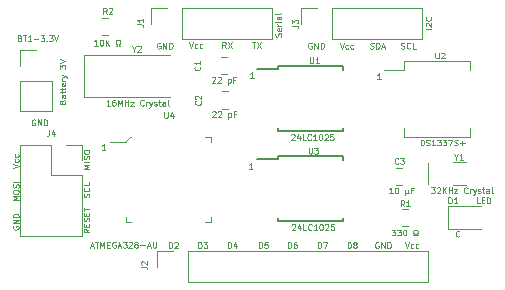
<source format=gto>
%TF.GenerationSoftware,KiCad,Pcbnew,5.1.10-88a1d61d58~88~ubuntu20.04.1*%
%TF.CreationDate,2021-06-25T21:15:04-07:00*%
%TF.ProjectId,BACEE,42414345-452e-46b6-9963-61645f706362,1*%
%TF.SameCoordinates,Original*%
%TF.FileFunction,Legend,Top*%
%TF.FilePolarity,Positive*%
%FSLAX46Y46*%
G04 Gerber Fmt 4.6, Leading zero omitted, Abs format (unit mm)*
G04 Created by KiCad (PCBNEW 5.1.10-88a1d61d58~88~ubuntu20.04.1) date 2021-06-25 21:15:04*
%MOMM*%
%LPD*%
G01*
G04 APERTURE LIST*
%ADD10C,0.125000*%
%ADD11C,0.120000*%
%ADD12C,0.150000*%
%ADD13C,0.100000*%
G04 APERTURE END LIST*
D10*
X102396457Y-110368590D02*
X102705980Y-110368590D01*
X102539314Y-110559066D01*
X102610742Y-110559066D01*
X102658361Y-110582876D01*
X102682171Y-110606685D01*
X102705980Y-110654304D01*
X102705980Y-110773352D01*
X102682171Y-110820971D01*
X102658361Y-110844780D01*
X102610742Y-110868590D01*
X102467885Y-110868590D01*
X102420266Y-110844780D01*
X102396457Y-110820971D01*
X102896457Y-110416209D02*
X102920266Y-110392400D01*
X102967885Y-110368590D01*
X103086933Y-110368590D01*
X103134552Y-110392400D01*
X103158361Y-110416209D01*
X103182171Y-110463828D01*
X103182171Y-110511447D01*
X103158361Y-110582876D01*
X102872647Y-110868590D01*
X103182171Y-110868590D01*
X103396457Y-110868590D02*
X103396457Y-110368590D01*
X103682171Y-110868590D02*
X103467885Y-110582876D01*
X103682171Y-110368590D02*
X103396457Y-110654304D01*
X103896457Y-110868590D02*
X103896457Y-110368590D01*
X103896457Y-110606685D02*
X104182171Y-110606685D01*
X104182171Y-110868590D02*
X104182171Y-110368590D01*
X104372647Y-110535257D02*
X104634552Y-110535257D01*
X104372647Y-110868590D01*
X104634552Y-110868590D01*
X105491695Y-110820971D02*
X105467885Y-110844780D01*
X105396457Y-110868590D01*
X105348838Y-110868590D01*
X105277409Y-110844780D01*
X105229790Y-110797161D01*
X105205980Y-110749542D01*
X105182171Y-110654304D01*
X105182171Y-110582876D01*
X105205980Y-110487638D01*
X105229790Y-110440019D01*
X105277409Y-110392400D01*
X105348838Y-110368590D01*
X105396457Y-110368590D01*
X105467885Y-110392400D01*
X105491695Y-110416209D01*
X105705980Y-110868590D02*
X105705980Y-110535257D01*
X105705980Y-110630495D02*
X105729790Y-110582876D01*
X105753600Y-110559066D01*
X105801219Y-110535257D01*
X105848838Y-110535257D01*
X105967885Y-110535257D02*
X106086933Y-110868590D01*
X106205980Y-110535257D02*
X106086933Y-110868590D01*
X106039314Y-110987638D01*
X106015504Y-111011447D01*
X105967885Y-111035257D01*
X106372647Y-110844780D02*
X106420266Y-110868590D01*
X106515504Y-110868590D01*
X106563123Y-110844780D01*
X106586933Y-110797161D01*
X106586933Y-110773352D01*
X106563123Y-110725733D01*
X106515504Y-110701923D01*
X106444076Y-110701923D01*
X106396457Y-110678114D01*
X106372647Y-110630495D01*
X106372647Y-110606685D01*
X106396457Y-110559066D01*
X106444076Y-110535257D01*
X106515504Y-110535257D01*
X106563123Y-110559066D01*
X106729790Y-110535257D02*
X106920266Y-110535257D01*
X106801219Y-110368590D02*
X106801219Y-110797161D01*
X106825028Y-110844780D01*
X106872647Y-110868590D01*
X106920266Y-110868590D01*
X107301219Y-110868590D02*
X107301219Y-110606685D01*
X107277409Y-110559066D01*
X107229790Y-110535257D01*
X107134552Y-110535257D01*
X107086933Y-110559066D01*
X107301219Y-110844780D02*
X107253600Y-110868590D01*
X107134552Y-110868590D01*
X107086933Y-110844780D01*
X107063123Y-110797161D01*
X107063123Y-110749542D01*
X107086933Y-110701923D01*
X107134552Y-110678114D01*
X107253600Y-110678114D01*
X107301219Y-110654304D01*
X107610742Y-110868590D02*
X107563123Y-110844780D01*
X107539314Y-110797161D01*
X107539314Y-110368590D01*
X101508952Y-106829990D02*
X101508952Y-106329990D01*
X101628000Y-106329990D01*
X101699428Y-106353800D01*
X101747047Y-106401419D01*
X101770857Y-106449038D01*
X101794666Y-106544276D01*
X101794666Y-106615704D01*
X101770857Y-106710942D01*
X101747047Y-106758561D01*
X101699428Y-106806180D01*
X101628000Y-106829990D01*
X101508952Y-106829990D01*
X101985142Y-106806180D02*
X102056571Y-106829990D01*
X102175619Y-106829990D01*
X102223238Y-106806180D01*
X102247047Y-106782371D01*
X102270857Y-106734752D01*
X102270857Y-106687133D01*
X102247047Y-106639514D01*
X102223238Y-106615704D01*
X102175619Y-106591895D01*
X102080380Y-106568085D01*
X102032761Y-106544276D01*
X102008952Y-106520466D01*
X101985142Y-106472847D01*
X101985142Y-106425228D01*
X102008952Y-106377609D01*
X102032761Y-106353800D01*
X102080380Y-106329990D01*
X102199428Y-106329990D01*
X102270857Y-106353800D01*
X102747047Y-106829990D02*
X102461333Y-106829990D01*
X102604190Y-106829990D02*
X102604190Y-106329990D01*
X102556571Y-106401419D01*
X102508952Y-106449038D01*
X102461333Y-106472847D01*
X102913714Y-106329990D02*
X103223238Y-106329990D01*
X103056571Y-106520466D01*
X103128000Y-106520466D01*
X103175619Y-106544276D01*
X103199428Y-106568085D01*
X103223238Y-106615704D01*
X103223238Y-106734752D01*
X103199428Y-106782371D01*
X103175619Y-106806180D01*
X103128000Y-106829990D01*
X102985142Y-106829990D01*
X102937523Y-106806180D01*
X102913714Y-106782371D01*
X103389904Y-106329990D02*
X103699428Y-106329990D01*
X103532761Y-106520466D01*
X103604190Y-106520466D01*
X103651809Y-106544276D01*
X103675619Y-106568085D01*
X103699428Y-106615704D01*
X103699428Y-106734752D01*
X103675619Y-106782371D01*
X103651809Y-106806180D01*
X103604190Y-106829990D01*
X103461333Y-106829990D01*
X103413714Y-106806180D01*
X103389904Y-106782371D01*
X103866095Y-106329990D02*
X104199428Y-106329990D01*
X103985142Y-106829990D01*
X104366095Y-106806180D02*
X104437523Y-106829990D01*
X104556571Y-106829990D01*
X104604190Y-106806180D01*
X104628000Y-106782371D01*
X104651809Y-106734752D01*
X104651809Y-106687133D01*
X104628000Y-106639514D01*
X104604190Y-106615704D01*
X104556571Y-106591895D01*
X104461333Y-106568085D01*
X104413714Y-106544276D01*
X104389904Y-106520466D01*
X104366095Y-106472847D01*
X104366095Y-106425228D01*
X104389904Y-106377609D01*
X104413714Y-106353800D01*
X104461333Y-106329990D01*
X104580380Y-106329990D01*
X104651809Y-106353800D01*
X104866095Y-106639514D02*
X105247047Y-106639514D01*
X105056571Y-106829990D02*
X105056571Y-106449038D01*
X98136057Y-101216590D02*
X97850342Y-101216590D01*
X97993200Y-101216590D02*
X97993200Y-100716590D01*
X97945580Y-100788019D01*
X97897961Y-100835638D01*
X97850342Y-100859447D01*
X87391857Y-101114990D02*
X87106142Y-101114990D01*
X87249000Y-101114990D02*
X87249000Y-100614990D01*
X87201380Y-100686419D01*
X87153761Y-100734038D01*
X87106142Y-100757847D01*
X87264857Y-108836590D02*
X86979142Y-108836590D01*
X87122000Y-108836590D02*
X87122000Y-108336590D01*
X87074380Y-108408019D01*
X87026761Y-108455638D01*
X86979142Y-108479447D01*
X74818857Y-107210990D02*
X74533142Y-107210990D01*
X74676000Y-107210990D02*
X74676000Y-106710990D01*
X74628380Y-106782419D01*
X74580761Y-106830038D01*
X74533142Y-106853847D01*
X104802761Y-114503971D02*
X104778952Y-114527780D01*
X104707523Y-114551590D01*
X104659904Y-114551590D01*
X104588476Y-114527780D01*
X104540857Y-114480161D01*
X104517047Y-114432542D01*
X104493238Y-114337304D01*
X104493238Y-114265876D01*
X104517047Y-114170638D01*
X104540857Y-114123019D01*
X104588476Y-114075400D01*
X104659904Y-114051590D01*
X104707523Y-114051590D01*
X104778952Y-114075400D01*
X104802761Y-114099209D01*
X106510971Y-111732190D02*
X106272876Y-111732190D01*
X106272876Y-111232190D01*
X106677638Y-111470285D02*
X106844304Y-111470285D01*
X106915733Y-111732190D02*
X106677638Y-111732190D01*
X106677638Y-111232190D01*
X106915733Y-111232190D01*
X107130019Y-111732190D02*
X107130019Y-111232190D01*
X107249066Y-111232190D01*
X107320495Y-111256000D01*
X107368114Y-111303619D01*
X107391923Y-111351238D01*
X107415733Y-111446476D01*
X107415733Y-111517904D01*
X107391923Y-111613142D01*
X107368114Y-111660761D01*
X107320495Y-111708380D01*
X107249066Y-111732190D01*
X107130019Y-111732190D01*
X99136295Y-110893990D02*
X98850580Y-110893990D01*
X98993438Y-110893990D02*
X98993438Y-110393990D01*
X98945819Y-110465419D01*
X98898200Y-110513038D01*
X98850580Y-110536847D01*
X99445819Y-110393990D02*
X99493438Y-110393990D01*
X99541057Y-110417800D01*
X99564866Y-110441609D01*
X99588676Y-110489228D01*
X99612485Y-110584466D01*
X99612485Y-110703514D01*
X99588676Y-110798752D01*
X99564866Y-110846371D01*
X99541057Y-110870180D01*
X99493438Y-110893990D01*
X99445819Y-110893990D01*
X99398200Y-110870180D01*
X99374390Y-110846371D01*
X99350580Y-110798752D01*
X99326771Y-110703514D01*
X99326771Y-110584466D01*
X99350580Y-110489228D01*
X99374390Y-110441609D01*
X99398200Y-110417800D01*
X99445819Y-110393990D01*
X100207723Y-110560657D02*
X100207723Y-111060657D01*
X100445819Y-110822561D02*
X100469628Y-110870180D01*
X100517247Y-110893990D01*
X100207723Y-110822561D02*
X100231533Y-110870180D01*
X100279152Y-110893990D01*
X100374390Y-110893990D01*
X100422009Y-110870180D01*
X100445819Y-110822561D01*
X100445819Y-110560657D01*
X100898200Y-110632085D02*
X100731533Y-110632085D01*
X100731533Y-110893990D02*
X100731533Y-110393990D01*
X100969628Y-110393990D01*
X99058552Y-113949990D02*
X99368076Y-113949990D01*
X99201409Y-114140466D01*
X99272838Y-114140466D01*
X99320457Y-114164276D01*
X99344266Y-114188085D01*
X99368076Y-114235704D01*
X99368076Y-114354752D01*
X99344266Y-114402371D01*
X99320457Y-114426180D01*
X99272838Y-114449990D01*
X99129980Y-114449990D01*
X99082361Y-114426180D01*
X99058552Y-114402371D01*
X99534742Y-113949990D02*
X99844266Y-113949990D01*
X99677600Y-114140466D01*
X99749028Y-114140466D01*
X99796647Y-114164276D01*
X99820457Y-114188085D01*
X99844266Y-114235704D01*
X99844266Y-114354752D01*
X99820457Y-114402371D01*
X99796647Y-114426180D01*
X99749028Y-114449990D01*
X99606171Y-114449990D01*
X99558552Y-114426180D01*
X99534742Y-114402371D01*
X100153790Y-113949990D02*
X100201409Y-113949990D01*
X100249028Y-113973800D01*
X100272838Y-113997609D01*
X100296647Y-114045228D01*
X100320457Y-114140466D01*
X100320457Y-114259514D01*
X100296647Y-114354752D01*
X100272838Y-114402371D01*
X100249028Y-114426180D01*
X100201409Y-114449990D01*
X100153790Y-114449990D01*
X100106171Y-114426180D01*
X100082361Y-114402371D01*
X100058552Y-114354752D01*
X100034742Y-114259514D01*
X100034742Y-114140466D01*
X100058552Y-114045228D01*
X100082361Y-113997609D01*
X100106171Y-113973800D01*
X100153790Y-113949990D01*
X100891885Y-114449990D02*
X101010933Y-114449990D01*
X101010933Y-114354752D01*
X100963314Y-114330942D01*
X100915695Y-114283323D01*
X100891885Y-114211895D01*
X100891885Y-114092847D01*
X100915695Y-114021419D01*
X100963314Y-113973800D01*
X101034742Y-113949990D01*
X101129980Y-113949990D01*
X101201409Y-113973800D01*
X101249028Y-114021419D01*
X101272838Y-114092847D01*
X101272838Y-114211895D01*
X101249028Y-114283323D01*
X101201409Y-114330942D01*
X101153790Y-114354752D01*
X101153790Y-114449990D01*
X101272838Y-114449990D01*
X97942447Y-115040600D02*
X97894828Y-115016790D01*
X97823400Y-115016790D01*
X97751971Y-115040600D01*
X97704352Y-115088219D01*
X97680542Y-115135838D01*
X97656733Y-115231076D01*
X97656733Y-115302504D01*
X97680542Y-115397742D01*
X97704352Y-115445361D01*
X97751971Y-115492980D01*
X97823400Y-115516790D01*
X97871019Y-115516790D01*
X97942447Y-115492980D01*
X97966257Y-115469171D01*
X97966257Y-115302504D01*
X97871019Y-115302504D01*
X98180542Y-115516790D02*
X98180542Y-115016790D01*
X98466257Y-115516790D01*
X98466257Y-115016790D01*
X98704352Y-115516790D02*
X98704352Y-115016790D01*
X98823400Y-115016790D01*
X98894828Y-115040600D01*
X98942447Y-115088219D01*
X98966257Y-115135838D01*
X98990066Y-115231076D01*
X98990066Y-115302504D01*
X98966257Y-115397742D01*
X98942447Y-115445361D01*
X98894828Y-115492980D01*
X98823400Y-115516790D01*
X98704352Y-115516790D01*
X92823552Y-115516790D02*
X92823552Y-115016790D01*
X92942600Y-115016790D01*
X93014028Y-115040600D01*
X93061647Y-115088219D01*
X93085457Y-115135838D01*
X93109266Y-115231076D01*
X93109266Y-115302504D01*
X93085457Y-115397742D01*
X93061647Y-115445361D01*
X93014028Y-115492980D01*
X92942600Y-115516790D01*
X92823552Y-115516790D01*
X93275933Y-115016790D02*
X93609266Y-115016790D01*
X93394980Y-115516790D01*
X100191961Y-115016790D02*
X100358628Y-115516790D01*
X100525295Y-115016790D01*
X100906247Y-115492980D02*
X100858628Y-115516790D01*
X100763390Y-115516790D01*
X100715771Y-115492980D01*
X100691961Y-115469171D01*
X100668152Y-115421552D01*
X100668152Y-115278695D01*
X100691961Y-115231076D01*
X100715771Y-115207266D01*
X100763390Y-115183457D01*
X100858628Y-115183457D01*
X100906247Y-115207266D01*
X101334819Y-115492980D02*
X101287200Y-115516790D01*
X101191961Y-115516790D01*
X101144342Y-115492980D01*
X101120533Y-115469171D01*
X101096723Y-115421552D01*
X101096723Y-115278695D01*
X101120533Y-115231076D01*
X101144342Y-115207266D01*
X101191961Y-115183457D01*
X101287200Y-115183457D01*
X101334819Y-115207266D01*
X95338152Y-115516790D02*
X95338152Y-115016790D01*
X95457200Y-115016790D01*
X95528628Y-115040600D01*
X95576247Y-115088219D01*
X95600057Y-115135838D01*
X95623866Y-115231076D01*
X95623866Y-115302504D01*
X95600057Y-115397742D01*
X95576247Y-115445361D01*
X95528628Y-115492980D01*
X95457200Y-115516790D01*
X95338152Y-115516790D01*
X95909580Y-115231076D02*
X95861961Y-115207266D01*
X95838152Y-115183457D01*
X95814342Y-115135838D01*
X95814342Y-115112028D01*
X95838152Y-115064409D01*
X95861961Y-115040600D01*
X95909580Y-115016790D01*
X96004819Y-115016790D01*
X96052438Y-115040600D01*
X96076247Y-115064409D01*
X96100057Y-115112028D01*
X96100057Y-115135838D01*
X96076247Y-115183457D01*
X96052438Y-115207266D01*
X96004819Y-115231076D01*
X95909580Y-115231076D01*
X95861961Y-115254885D01*
X95838152Y-115278695D01*
X95814342Y-115326314D01*
X95814342Y-115421552D01*
X95838152Y-115469171D01*
X95861961Y-115492980D01*
X95909580Y-115516790D01*
X96004819Y-115516790D01*
X96052438Y-115492980D01*
X96076247Y-115469171D01*
X96100057Y-115421552D01*
X96100057Y-115326314D01*
X96076247Y-115278695D01*
X96052438Y-115254885D01*
X96004819Y-115231076D01*
X90283552Y-115516790D02*
X90283552Y-115016790D01*
X90402600Y-115016790D01*
X90474028Y-115040600D01*
X90521647Y-115088219D01*
X90545457Y-115135838D01*
X90569266Y-115231076D01*
X90569266Y-115302504D01*
X90545457Y-115397742D01*
X90521647Y-115445361D01*
X90474028Y-115492980D01*
X90402600Y-115516790D01*
X90283552Y-115516790D01*
X90997838Y-115016790D02*
X90902600Y-115016790D01*
X90854980Y-115040600D01*
X90831171Y-115064409D01*
X90783552Y-115135838D01*
X90759742Y-115231076D01*
X90759742Y-115421552D01*
X90783552Y-115469171D01*
X90807361Y-115492980D01*
X90854980Y-115516790D01*
X90950219Y-115516790D01*
X90997838Y-115492980D01*
X91021647Y-115469171D01*
X91045457Y-115421552D01*
X91045457Y-115302504D01*
X91021647Y-115254885D01*
X90997838Y-115231076D01*
X90950219Y-115207266D01*
X90854980Y-115207266D01*
X90807361Y-115231076D01*
X90783552Y-115254885D01*
X90759742Y-115302504D01*
X87819752Y-115516790D02*
X87819752Y-115016790D01*
X87938800Y-115016790D01*
X88010228Y-115040600D01*
X88057847Y-115088219D01*
X88081657Y-115135838D01*
X88105466Y-115231076D01*
X88105466Y-115302504D01*
X88081657Y-115397742D01*
X88057847Y-115445361D01*
X88010228Y-115492980D01*
X87938800Y-115516790D01*
X87819752Y-115516790D01*
X88557847Y-115016790D02*
X88319752Y-115016790D01*
X88295942Y-115254885D01*
X88319752Y-115231076D01*
X88367371Y-115207266D01*
X88486419Y-115207266D01*
X88534038Y-115231076D01*
X88557847Y-115254885D01*
X88581657Y-115302504D01*
X88581657Y-115421552D01*
X88557847Y-115469171D01*
X88534038Y-115492980D01*
X88486419Y-115516790D01*
X88367371Y-115516790D01*
X88319752Y-115492980D01*
X88295942Y-115469171D01*
X85203552Y-115516790D02*
X85203552Y-115016790D01*
X85322600Y-115016790D01*
X85394028Y-115040600D01*
X85441647Y-115088219D01*
X85465457Y-115135838D01*
X85489266Y-115231076D01*
X85489266Y-115302504D01*
X85465457Y-115397742D01*
X85441647Y-115445361D01*
X85394028Y-115492980D01*
X85322600Y-115516790D01*
X85203552Y-115516790D01*
X85917838Y-115183457D02*
X85917838Y-115516790D01*
X85798790Y-114992980D02*
X85679742Y-115350123D01*
X85989266Y-115350123D01*
X82688952Y-115516790D02*
X82688952Y-115016790D01*
X82808000Y-115016790D01*
X82879428Y-115040600D01*
X82927047Y-115088219D01*
X82950857Y-115135838D01*
X82974666Y-115231076D01*
X82974666Y-115302504D01*
X82950857Y-115397742D01*
X82927047Y-115445361D01*
X82879428Y-115492980D01*
X82808000Y-115516790D01*
X82688952Y-115516790D01*
X83141333Y-115016790D02*
X83450857Y-115016790D01*
X83284190Y-115207266D01*
X83355619Y-115207266D01*
X83403238Y-115231076D01*
X83427047Y-115254885D01*
X83450857Y-115302504D01*
X83450857Y-115421552D01*
X83427047Y-115469171D01*
X83403238Y-115492980D01*
X83355619Y-115516790D01*
X83212761Y-115516790D01*
X83165142Y-115492980D01*
X83141333Y-115469171D01*
X80199752Y-115516790D02*
X80199752Y-115016790D01*
X80318800Y-115016790D01*
X80390228Y-115040600D01*
X80437847Y-115088219D01*
X80461657Y-115135838D01*
X80485466Y-115231076D01*
X80485466Y-115302504D01*
X80461657Y-115397742D01*
X80437847Y-115445361D01*
X80390228Y-115492980D01*
X80318800Y-115516790D01*
X80199752Y-115516790D01*
X80675942Y-115064409D02*
X80699752Y-115040600D01*
X80747371Y-115016790D01*
X80866419Y-115016790D01*
X80914038Y-115040600D01*
X80937847Y-115064409D01*
X80961657Y-115112028D01*
X80961657Y-115159647D01*
X80937847Y-115231076D01*
X80652133Y-115516790D01*
X80961657Y-115516790D01*
X90619485Y-113540409D02*
X90643295Y-113516600D01*
X90690914Y-113492790D01*
X90809961Y-113492790D01*
X90857580Y-113516600D01*
X90881390Y-113540409D01*
X90905200Y-113588028D01*
X90905200Y-113635647D01*
X90881390Y-113707076D01*
X90595676Y-113992790D01*
X90905200Y-113992790D01*
X91333771Y-113659457D02*
X91333771Y-113992790D01*
X91214723Y-113468980D02*
X91095676Y-113826123D01*
X91405200Y-113826123D01*
X91833771Y-113992790D02*
X91595676Y-113992790D01*
X91595676Y-113492790D01*
X92286152Y-113945171D02*
X92262342Y-113968980D01*
X92190914Y-113992790D01*
X92143295Y-113992790D01*
X92071866Y-113968980D01*
X92024247Y-113921361D01*
X92000438Y-113873742D01*
X91976628Y-113778504D01*
X91976628Y-113707076D01*
X92000438Y-113611838D01*
X92024247Y-113564219D01*
X92071866Y-113516600D01*
X92143295Y-113492790D01*
X92190914Y-113492790D01*
X92262342Y-113516600D01*
X92286152Y-113540409D01*
X92762342Y-113992790D02*
X92476628Y-113992790D01*
X92619485Y-113992790D02*
X92619485Y-113492790D01*
X92571866Y-113564219D01*
X92524247Y-113611838D01*
X92476628Y-113635647D01*
X93071866Y-113492790D02*
X93119485Y-113492790D01*
X93167104Y-113516600D01*
X93190914Y-113540409D01*
X93214723Y-113588028D01*
X93238533Y-113683266D01*
X93238533Y-113802314D01*
X93214723Y-113897552D01*
X93190914Y-113945171D01*
X93167104Y-113968980D01*
X93119485Y-113992790D01*
X93071866Y-113992790D01*
X93024247Y-113968980D01*
X93000438Y-113945171D01*
X92976628Y-113897552D01*
X92952819Y-113802314D01*
X92952819Y-113683266D01*
X92976628Y-113588028D01*
X93000438Y-113540409D01*
X93024247Y-113516600D01*
X93071866Y-113492790D01*
X93429009Y-113540409D02*
X93452819Y-113516600D01*
X93500438Y-113492790D01*
X93619485Y-113492790D01*
X93667104Y-113516600D01*
X93690914Y-113540409D01*
X93714723Y-113588028D01*
X93714723Y-113635647D01*
X93690914Y-113707076D01*
X93405200Y-113992790D01*
X93714723Y-113992790D01*
X94167104Y-113492790D02*
X93929009Y-113492790D01*
X93905200Y-113730885D01*
X93929009Y-113707076D01*
X93976628Y-113683266D01*
X94095676Y-113683266D01*
X94143295Y-113707076D01*
X94167104Y-113730885D01*
X94190914Y-113778504D01*
X94190914Y-113897552D01*
X94167104Y-113945171D01*
X94143295Y-113968980D01*
X94095676Y-113992790D01*
X93976628Y-113992790D01*
X93929009Y-113968980D01*
X93905200Y-113945171D01*
X90568685Y-105920409D02*
X90592495Y-105896600D01*
X90640114Y-105872790D01*
X90759161Y-105872790D01*
X90806780Y-105896600D01*
X90830590Y-105920409D01*
X90854400Y-105968028D01*
X90854400Y-106015647D01*
X90830590Y-106087076D01*
X90544876Y-106372790D01*
X90854400Y-106372790D01*
X91282971Y-106039457D02*
X91282971Y-106372790D01*
X91163923Y-105848980D02*
X91044876Y-106206123D01*
X91354400Y-106206123D01*
X91782971Y-106372790D02*
X91544876Y-106372790D01*
X91544876Y-105872790D01*
X92235352Y-106325171D02*
X92211542Y-106348980D01*
X92140114Y-106372790D01*
X92092495Y-106372790D01*
X92021066Y-106348980D01*
X91973447Y-106301361D01*
X91949638Y-106253742D01*
X91925828Y-106158504D01*
X91925828Y-106087076D01*
X91949638Y-105991838D01*
X91973447Y-105944219D01*
X92021066Y-105896600D01*
X92092495Y-105872790D01*
X92140114Y-105872790D01*
X92211542Y-105896600D01*
X92235352Y-105920409D01*
X92711542Y-106372790D02*
X92425828Y-106372790D01*
X92568685Y-106372790D02*
X92568685Y-105872790D01*
X92521066Y-105944219D01*
X92473447Y-105991838D01*
X92425828Y-106015647D01*
X93021066Y-105872790D02*
X93068685Y-105872790D01*
X93116304Y-105896600D01*
X93140114Y-105920409D01*
X93163923Y-105968028D01*
X93187733Y-106063266D01*
X93187733Y-106182314D01*
X93163923Y-106277552D01*
X93140114Y-106325171D01*
X93116304Y-106348980D01*
X93068685Y-106372790D01*
X93021066Y-106372790D01*
X92973447Y-106348980D01*
X92949638Y-106325171D01*
X92925828Y-106277552D01*
X92902019Y-106182314D01*
X92902019Y-106063266D01*
X92925828Y-105968028D01*
X92949638Y-105920409D01*
X92973447Y-105896600D01*
X93021066Y-105872790D01*
X93378209Y-105920409D02*
X93402019Y-105896600D01*
X93449638Y-105872790D01*
X93568685Y-105872790D01*
X93616304Y-105896600D01*
X93640114Y-105920409D01*
X93663923Y-105968028D01*
X93663923Y-106015647D01*
X93640114Y-106087076D01*
X93354400Y-106372790D01*
X93663923Y-106372790D01*
X94116304Y-105872790D02*
X93878209Y-105872790D01*
X93854400Y-106110885D01*
X93878209Y-106087076D01*
X93925828Y-106063266D01*
X94044876Y-106063266D01*
X94092495Y-106087076D01*
X94116304Y-106110885D01*
X94140114Y-106158504D01*
X94140114Y-106277552D01*
X94116304Y-106325171D01*
X94092495Y-106348980D01*
X94044876Y-106372790D01*
X93925828Y-106372790D01*
X93878209Y-106348980D01*
X93854400Y-106325171D01*
X89686580Y-97609695D02*
X89710390Y-97538266D01*
X89710390Y-97419219D01*
X89686580Y-97371600D01*
X89662771Y-97347790D01*
X89615152Y-97323980D01*
X89567533Y-97323980D01*
X89519914Y-97347790D01*
X89496104Y-97371600D01*
X89472295Y-97419219D01*
X89448485Y-97514457D01*
X89424676Y-97562076D01*
X89400866Y-97585885D01*
X89353247Y-97609695D01*
X89305628Y-97609695D01*
X89258009Y-97585885D01*
X89234200Y-97562076D01*
X89210390Y-97514457D01*
X89210390Y-97395409D01*
X89234200Y-97323980D01*
X89686580Y-96919219D02*
X89710390Y-96966838D01*
X89710390Y-97062076D01*
X89686580Y-97109695D01*
X89638961Y-97133504D01*
X89448485Y-97133504D01*
X89400866Y-97109695D01*
X89377057Y-97062076D01*
X89377057Y-96966838D01*
X89400866Y-96919219D01*
X89448485Y-96895409D01*
X89496104Y-96895409D01*
X89543723Y-97133504D01*
X89710390Y-96681123D02*
X89377057Y-96681123D01*
X89472295Y-96681123D02*
X89424676Y-96657314D01*
X89400866Y-96633504D01*
X89377057Y-96585885D01*
X89377057Y-96538266D01*
X89710390Y-96371600D02*
X89377057Y-96371600D01*
X89210390Y-96371600D02*
X89234200Y-96395409D01*
X89258009Y-96371600D01*
X89234200Y-96347790D01*
X89210390Y-96371600D01*
X89258009Y-96371600D01*
X89710390Y-95919219D02*
X89448485Y-95919219D01*
X89400866Y-95943028D01*
X89377057Y-95990647D01*
X89377057Y-96085885D01*
X89400866Y-96133504D01*
X89686580Y-95919219D02*
X89710390Y-95966838D01*
X89710390Y-96085885D01*
X89686580Y-96133504D01*
X89638961Y-96157314D01*
X89591342Y-96157314D01*
X89543723Y-96133504D01*
X89519914Y-96085885D01*
X89519914Y-95966838D01*
X89496104Y-95919219D01*
X89710390Y-95609695D02*
X89686580Y-95657314D01*
X89638961Y-95681123D01*
X89210390Y-95681123D01*
X99861761Y-98601980D02*
X99933190Y-98625790D01*
X100052238Y-98625790D01*
X100099857Y-98601980D01*
X100123666Y-98578171D01*
X100147476Y-98530552D01*
X100147476Y-98482933D01*
X100123666Y-98435314D01*
X100099857Y-98411504D01*
X100052238Y-98387695D01*
X99957000Y-98363885D01*
X99909380Y-98340076D01*
X99885571Y-98316266D01*
X99861761Y-98268647D01*
X99861761Y-98221028D01*
X99885571Y-98173409D01*
X99909380Y-98149600D01*
X99957000Y-98125790D01*
X100076047Y-98125790D01*
X100147476Y-98149600D01*
X100647476Y-98578171D02*
X100623666Y-98601980D01*
X100552238Y-98625790D01*
X100504619Y-98625790D01*
X100433190Y-98601980D01*
X100385571Y-98554361D01*
X100361761Y-98506742D01*
X100337952Y-98411504D01*
X100337952Y-98340076D01*
X100361761Y-98244838D01*
X100385571Y-98197219D01*
X100433190Y-98149600D01*
X100504619Y-98125790D01*
X100552238Y-98125790D01*
X100623666Y-98149600D01*
X100647476Y-98173409D01*
X101099857Y-98625790D02*
X100861761Y-98625790D01*
X100861761Y-98125790D01*
X97250589Y-98601980D02*
X97322017Y-98625790D01*
X97441065Y-98625790D01*
X97488684Y-98601980D01*
X97512493Y-98578171D01*
X97536303Y-98530552D01*
X97536303Y-98482933D01*
X97512493Y-98435314D01*
X97488684Y-98411504D01*
X97441065Y-98387695D01*
X97345827Y-98363885D01*
X97298208Y-98340076D01*
X97274398Y-98316266D01*
X97250589Y-98268647D01*
X97250589Y-98221028D01*
X97274398Y-98173409D01*
X97298208Y-98149600D01*
X97345827Y-98125790D01*
X97464874Y-98125790D01*
X97536303Y-98149600D01*
X97750589Y-98625790D02*
X97750589Y-98125790D01*
X97869636Y-98125790D01*
X97941065Y-98149600D01*
X97988684Y-98197219D01*
X98012493Y-98244838D01*
X98036303Y-98340076D01*
X98036303Y-98411504D01*
X98012493Y-98506742D01*
X97988684Y-98554361D01*
X97941065Y-98601980D01*
X97869636Y-98625790D01*
X97750589Y-98625790D01*
X98226779Y-98482933D02*
X98464874Y-98482933D01*
X98179160Y-98625790D02*
X98345827Y-98125790D01*
X98512493Y-98625790D01*
X94663227Y-98125790D02*
X94829894Y-98625790D01*
X94996561Y-98125790D01*
X95377513Y-98601980D02*
X95329894Y-98625790D01*
X95234656Y-98625790D01*
X95187037Y-98601980D01*
X95163227Y-98578171D01*
X95139418Y-98530552D01*
X95139418Y-98387695D01*
X95163227Y-98340076D01*
X95187037Y-98316266D01*
X95234656Y-98292457D01*
X95329894Y-98292457D01*
X95377513Y-98316266D01*
X95806085Y-98601980D02*
X95758466Y-98625790D01*
X95663227Y-98625790D01*
X95615608Y-98601980D01*
X95591799Y-98578171D01*
X95567989Y-98530552D01*
X95567989Y-98387695D01*
X95591799Y-98340076D01*
X95615608Y-98316266D01*
X95663227Y-98292457D01*
X95758466Y-98292457D01*
X95806085Y-98316266D01*
X92278247Y-98149600D02*
X92230628Y-98125790D01*
X92159200Y-98125790D01*
X92087771Y-98149600D01*
X92040152Y-98197219D01*
X92016342Y-98244838D01*
X91992533Y-98340076D01*
X91992533Y-98411504D01*
X92016342Y-98506742D01*
X92040152Y-98554361D01*
X92087771Y-98601980D01*
X92159200Y-98625790D01*
X92206819Y-98625790D01*
X92278247Y-98601980D01*
X92302057Y-98578171D01*
X92302057Y-98411504D01*
X92206819Y-98411504D01*
X92516342Y-98625790D02*
X92516342Y-98125790D01*
X92802057Y-98625790D01*
X92802057Y-98125790D01*
X93040152Y-98625790D02*
X93040152Y-98125790D01*
X93159200Y-98125790D01*
X93230628Y-98149600D01*
X93278247Y-98197219D01*
X93302057Y-98244838D01*
X93325866Y-98340076D01*
X93325866Y-98411504D01*
X93302057Y-98506742D01*
X93278247Y-98554361D01*
X93230628Y-98601980D01*
X93159200Y-98625790D01*
X93040152Y-98625790D01*
X102435790Y-96957295D02*
X101935790Y-96957295D01*
X101983409Y-96743009D02*
X101959600Y-96719200D01*
X101935790Y-96671580D01*
X101935790Y-96552533D01*
X101959600Y-96504914D01*
X101983409Y-96481104D01*
X102031028Y-96457295D01*
X102078647Y-96457295D01*
X102150076Y-96481104D01*
X102435790Y-96766819D01*
X102435790Y-96457295D01*
X102388171Y-95957295D02*
X102411980Y-95981104D01*
X102435790Y-96052533D01*
X102435790Y-96100152D01*
X102411980Y-96171580D01*
X102364361Y-96219200D01*
X102316742Y-96243009D01*
X102221504Y-96266819D01*
X102150076Y-96266819D01*
X102054838Y-96243009D01*
X102007219Y-96219200D01*
X101959600Y-96171580D01*
X101935790Y-96100152D01*
X101935790Y-96052533D01*
X101959600Y-95981104D01*
X101983409Y-95957295D01*
X83874895Y-103964609D02*
X83898704Y-103940800D01*
X83946323Y-103916990D01*
X84065371Y-103916990D01*
X84112990Y-103940800D01*
X84136800Y-103964609D01*
X84160609Y-104012228D01*
X84160609Y-104059847D01*
X84136800Y-104131276D01*
X83851085Y-104416990D01*
X84160609Y-104416990D01*
X84351085Y-103964609D02*
X84374895Y-103940800D01*
X84422514Y-103916990D01*
X84541561Y-103916990D01*
X84589180Y-103940800D01*
X84612990Y-103964609D01*
X84636800Y-104012228D01*
X84636800Y-104059847D01*
X84612990Y-104131276D01*
X84327276Y-104416990D01*
X84636800Y-104416990D01*
X85232038Y-104083657D02*
X85232038Y-104583657D01*
X85232038Y-104107466D02*
X85279657Y-104083657D01*
X85374895Y-104083657D01*
X85422514Y-104107466D01*
X85446323Y-104131276D01*
X85470133Y-104178895D01*
X85470133Y-104321752D01*
X85446323Y-104369371D01*
X85422514Y-104393180D01*
X85374895Y-104416990D01*
X85279657Y-104416990D01*
X85232038Y-104393180D01*
X85851085Y-104155085D02*
X85684419Y-104155085D01*
X85684419Y-104416990D02*
X85684419Y-103916990D01*
X85922514Y-103916990D01*
X83849495Y-101069009D02*
X83873304Y-101045200D01*
X83920923Y-101021390D01*
X84039971Y-101021390D01*
X84087590Y-101045200D01*
X84111400Y-101069009D01*
X84135209Y-101116628D01*
X84135209Y-101164247D01*
X84111400Y-101235676D01*
X83825685Y-101521390D01*
X84135209Y-101521390D01*
X84325685Y-101069009D02*
X84349495Y-101045200D01*
X84397114Y-101021390D01*
X84516161Y-101021390D01*
X84563780Y-101045200D01*
X84587590Y-101069009D01*
X84611400Y-101116628D01*
X84611400Y-101164247D01*
X84587590Y-101235676D01*
X84301876Y-101521390D01*
X84611400Y-101521390D01*
X85206638Y-101188057D02*
X85206638Y-101688057D01*
X85206638Y-101211866D02*
X85254257Y-101188057D01*
X85349495Y-101188057D01*
X85397114Y-101211866D01*
X85420923Y-101235676D01*
X85444733Y-101283295D01*
X85444733Y-101426152D01*
X85420923Y-101473771D01*
X85397114Y-101497580D01*
X85349495Y-101521390D01*
X85254257Y-101521390D01*
X85206638Y-101497580D01*
X85825685Y-101259485D02*
X85659019Y-101259485D01*
X85659019Y-101521390D02*
X85659019Y-101021390D01*
X85897114Y-101021390D01*
X87249047Y-98074990D02*
X87534761Y-98074990D01*
X87391904Y-98574990D02*
X87391904Y-98074990D01*
X87653809Y-98074990D02*
X87987142Y-98574990D01*
X87987142Y-98074990D02*
X87653809Y-98574990D01*
X85006666Y-98574990D02*
X84840000Y-98336895D01*
X84720952Y-98574990D02*
X84720952Y-98074990D01*
X84911428Y-98074990D01*
X84959047Y-98098800D01*
X84982857Y-98122609D01*
X85006666Y-98170228D01*
X85006666Y-98241657D01*
X84982857Y-98289276D01*
X84959047Y-98313085D01*
X84911428Y-98336895D01*
X84720952Y-98336895D01*
X85173333Y-98074990D02*
X85506666Y-98574990D01*
X85506666Y-98074990D02*
X85173333Y-98574990D01*
X81903961Y-98074990D02*
X82070628Y-98574990D01*
X82237295Y-98074990D01*
X82618247Y-98551180D02*
X82570628Y-98574990D01*
X82475390Y-98574990D01*
X82427771Y-98551180D01*
X82403961Y-98527371D01*
X82380152Y-98479752D01*
X82380152Y-98336895D01*
X82403961Y-98289276D01*
X82427771Y-98265466D01*
X82475390Y-98241657D01*
X82570628Y-98241657D01*
X82618247Y-98265466D01*
X83046819Y-98551180D02*
X82999200Y-98574990D01*
X82903961Y-98574990D01*
X82856342Y-98551180D01*
X82832533Y-98527371D01*
X82808723Y-98479752D01*
X82808723Y-98336895D01*
X82832533Y-98289276D01*
X82856342Y-98265466D01*
X82903961Y-98241657D01*
X82999200Y-98241657D01*
X83046819Y-98265466D01*
X79476647Y-98149600D02*
X79429028Y-98125790D01*
X79357600Y-98125790D01*
X79286171Y-98149600D01*
X79238552Y-98197219D01*
X79214742Y-98244838D01*
X79190933Y-98340076D01*
X79190933Y-98411504D01*
X79214742Y-98506742D01*
X79238552Y-98554361D01*
X79286171Y-98601980D01*
X79357600Y-98625790D01*
X79405219Y-98625790D01*
X79476647Y-98601980D01*
X79500457Y-98578171D01*
X79500457Y-98411504D01*
X79405219Y-98411504D01*
X79714742Y-98625790D02*
X79714742Y-98125790D01*
X80000457Y-98625790D01*
X80000457Y-98125790D01*
X80238552Y-98625790D02*
X80238552Y-98125790D01*
X80357600Y-98125790D01*
X80429028Y-98149600D01*
X80476647Y-98197219D01*
X80500457Y-98244838D01*
X80524266Y-98340076D01*
X80524266Y-98411504D01*
X80500457Y-98506742D01*
X80476647Y-98554361D01*
X80429028Y-98601980D01*
X80357600Y-98625790D01*
X80238552Y-98625790D01*
X73479790Y-108786514D02*
X72979790Y-108786514D01*
X73336933Y-108619847D01*
X72979790Y-108453180D01*
X73479790Y-108453180D01*
X73479790Y-108215085D02*
X72979790Y-108215085D01*
X73455980Y-108000800D02*
X73479790Y-107929371D01*
X73479790Y-107810323D01*
X73455980Y-107762704D01*
X73432171Y-107738895D01*
X73384552Y-107715085D01*
X73336933Y-107715085D01*
X73289314Y-107738895D01*
X73265504Y-107762704D01*
X73241695Y-107810323D01*
X73217885Y-107905561D01*
X73194076Y-107953180D01*
X73170266Y-107976990D01*
X73122647Y-108000800D01*
X73075028Y-108000800D01*
X73027409Y-107976990D01*
X73003600Y-107953180D01*
X72979790Y-107905561D01*
X72979790Y-107786514D01*
X73003600Y-107715085D01*
X72979790Y-107405561D02*
X72979790Y-107310323D01*
X73003600Y-107262704D01*
X73051219Y-107215085D01*
X73146457Y-107191276D01*
X73313123Y-107191276D01*
X73408361Y-107215085D01*
X73455980Y-107262704D01*
X73479790Y-107310323D01*
X73479790Y-107405561D01*
X73455980Y-107453180D01*
X73408361Y-107500800D01*
X73313123Y-107524609D01*
X73146457Y-107524609D01*
X73051219Y-107500800D01*
X73003600Y-107453180D01*
X72979790Y-107405561D01*
X73455980Y-111186838D02*
X73479790Y-111115409D01*
X73479790Y-110996361D01*
X73455980Y-110948742D01*
X73432171Y-110924933D01*
X73384552Y-110901123D01*
X73336933Y-110901123D01*
X73289314Y-110924933D01*
X73265504Y-110948742D01*
X73241695Y-110996361D01*
X73217885Y-111091600D01*
X73194076Y-111139219D01*
X73170266Y-111163028D01*
X73122647Y-111186838D01*
X73075028Y-111186838D01*
X73027409Y-111163028D01*
X73003600Y-111139219D01*
X72979790Y-111091600D01*
X72979790Y-110972552D01*
X73003600Y-110901123D01*
X73432171Y-110401123D02*
X73455980Y-110424933D01*
X73479790Y-110496361D01*
X73479790Y-110543980D01*
X73455980Y-110615409D01*
X73408361Y-110663028D01*
X73360742Y-110686838D01*
X73265504Y-110710647D01*
X73194076Y-110710647D01*
X73098838Y-110686838D01*
X73051219Y-110663028D01*
X73003600Y-110615409D01*
X72979790Y-110543980D01*
X72979790Y-110496361D01*
X73003600Y-110424933D01*
X73027409Y-110401123D01*
X73479790Y-109948742D02*
X73479790Y-110186838D01*
X72979790Y-110186838D01*
X73479790Y-113908590D02*
X73241695Y-114075257D01*
X73479790Y-114194304D02*
X72979790Y-114194304D01*
X72979790Y-114003828D01*
X73003600Y-113956209D01*
X73027409Y-113932400D01*
X73075028Y-113908590D01*
X73146457Y-113908590D01*
X73194076Y-113932400D01*
X73217885Y-113956209D01*
X73241695Y-114003828D01*
X73241695Y-114194304D01*
X73217885Y-113694304D02*
X73217885Y-113527638D01*
X73479790Y-113456209D02*
X73479790Y-113694304D01*
X72979790Y-113694304D01*
X72979790Y-113456209D01*
X73455980Y-113265733D02*
X73479790Y-113194304D01*
X73479790Y-113075257D01*
X73455980Y-113027638D01*
X73432171Y-113003828D01*
X73384552Y-112980019D01*
X73336933Y-112980019D01*
X73289314Y-113003828D01*
X73265504Y-113027638D01*
X73241695Y-113075257D01*
X73217885Y-113170495D01*
X73194076Y-113218114D01*
X73170266Y-113241923D01*
X73122647Y-113265733D01*
X73075028Y-113265733D01*
X73027409Y-113241923D01*
X73003600Y-113218114D01*
X72979790Y-113170495D01*
X72979790Y-113051447D01*
X73003600Y-112980019D01*
X73217885Y-112765733D02*
X73217885Y-112599066D01*
X73479790Y-112527638D02*
X73479790Y-112765733D01*
X72979790Y-112765733D01*
X72979790Y-112527638D01*
X72979790Y-112384780D02*
X72979790Y-112099066D01*
X73479790Y-112241923D02*
X72979790Y-112241923D01*
X67009200Y-113664952D02*
X66985390Y-113712571D01*
X66985390Y-113784000D01*
X67009200Y-113855428D01*
X67056819Y-113903047D01*
X67104438Y-113926857D01*
X67199676Y-113950666D01*
X67271104Y-113950666D01*
X67366342Y-113926857D01*
X67413961Y-113903047D01*
X67461580Y-113855428D01*
X67485390Y-113784000D01*
X67485390Y-113736380D01*
X67461580Y-113664952D01*
X67437771Y-113641142D01*
X67271104Y-113641142D01*
X67271104Y-113736380D01*
X67485390Y-113426857D02*
X66985390Y-113426857D01*
X67485390Y-113141142D01*
X66985390Y-113141142D01*
X67485390Y-112903047D02*
X66985390Y-112903047D01*
X66985390Y-112784000D01*
X67009200Y-112712571D01*
X67056819Y-112664952D01*
X67104438Y-112641142D01*
X67199676Y-112617333D01*
X67271104Y-112617333D01*
X67366342Y-112641142D01*
X67413961Y-112664952D01*
X67461580Y-112712571D01*
X67485390Y-112784000D01*
X67485390Y-112903047D01*
X67485390Y-111478914D02*
X66985390Y-111478914D01*
X67342533Y-111312247D01*
X66985390Y-111145580D01*
X67485390Y-111145580D01*
X66985390Y-110812247D02*
X66985390Y-110717009D01*
X67009200Y-110669390D01*
X67056819Y-110621771D01*
X67152057Y-110597961D01*
X67318723Y-110597961D01*
X67413961Y-110621771D01*
X67461580Y-110669390D01*
X67485390Y-110717009D01*
X67485390Y-110812247D01*
X67461580Y-110859866D01*
X67413961Y-110907485D01*
X67318723Y-110931295D01*
X67152057Y-110931295D01*
X67056819Y-110907485D01*
X67009200Y-110859866D01*
X66985390Y-110812247D01*
X67461580Y-110407485D02*
X67485390Y-110336057D01*
X67485390Y-110217009D01*
X67461580Y-110169390D01*
X67437771Y-110145580D01*
X67390152Y-110121771D01*
X67342533Y-110121771D01*
X67294914Y-110145580D01*
X67271104Y-110169390D01*
X67247295Y-110217009D01*
X67223485Y-110312247D01*
X67199676Y-110359866D01*
X67175866Y-110383676D01*
X67128247Y-110407485D01*
X67080628Y-110407485D01*
X67033009Y-110383676D01*
X67009200Y-110359866D01*
X66985390Y-110312247D01*
X66985390Y-110193200D01*
X67009200Y-110121771D01*
X67485390Y-109907485D02*
X66985390Y-109907485D01*
X66985390Y-108697638D02*
X67485390Y-108530971D01*
X66985390Y-108364304D01*
X67461580Y-107983352D02*
X67485390Y-108030971D01*
X67485390Y-108126209D01*
X67461580Y-108173828D01*
X67437771Y-108197638D01*
X67390152Y-108221447D01*
X67247295Y-108221447D01*
X67199676Y-108197638D01*
X67175866Y-108173828D01*
X67152057Y-108126209D01*
X67152057Y-108030971D01*
X67175866Y-107983352D01*
X67461580Y-107554780D02*
X67485390Y-107602400D01*
X67485390Y-107697638D01*
X67461580Y-107745257D01*
X67437771Y-107769066D01*
X67390152Y-107792876D01*
X67247295Y-107792876D01*
X67199676Y-107769066D01*
X67175866Y-107745257D01*
X67152057Y-107697638D01*
X67152057Y-107602400D01*
X67175866Y-107554780D01*
X68859447Y-104652000D02*
X68811828Y-104628190D01*
X68740400Y-104628190D01*
X68668971Y-104652000D01*
X68621352Y-104699619D01*
X68597542Y-104747238D01*
X68573733Y-104842476D01*
X68573733Y-104913904D01*
X68597542Y-105009142D01*
X68621352Y-105056761D01*
X68668971Y-105104380D01*
X68740400Y-105128190D01*
X68788019Y-105128190D01*
X68859447Y-105104380D01*
X68883257Y-105080571D01*
X68883257Y-104913904D01*
X68788019Y-104913904D01*
X69097542Y-105128190D02*
X69097542Y-104628190D01*
X69383257Y-105128190D01*
X69383257Y-104628190D01*
X69621352Y-105128190D02*
X69621352Y-104628190D01*
X69740400Y-104628190D01*
X69811828Y-104652000D01*
X69859447Y-104699619D01*
X69883257Y-104747238D01*
X69907066Y-104842476D01*
X69907066Y-104913904D01*
X69883257Y-105009142D01*
X69859447Y-105056761D01*
X69811828Y-105104380D01*
X69740400Y-105128190D01*
X69621352Y-105128190D01*
D11*
%TO.C,BT1-3.3V*%
X67631000Y-103946000D02*
X70291000Y-103946000D01*
X67631000Y-101346000D02*
X67631000Y-103946000D01*
X70291000Y-101346000D02*
X70291000Y-103946000D01*
X67631000Y-101346000D02*
X70291000Y-101346000D01*
X67631000Y-100076000D02*
X67631000Y-98746000D01*
X67631000Y-98746000D02*
X68961000Y-98746000D01*
%TO.C,C1*%
X84596248Y-99341000D02*
X85118752Y-99341000D01*
X84596248Y-100811000D02*
X85118752Y-100811000D01*
%TO.C,C2*%
X84701748Y-103732000D02*
X85224252Y-103732000D01*
X84701748Y-102262000D02*
X85224252Y-102262000D01*
%TO.C,C3*%
X99956252Y-110175000D02*
X99433748Y-110175000D01*
X99956252Y-108705000D02*
X99433748Y-108705000D01*
%TO.C,D1*%
X106664000Y-111943000D02*
X103804000Y-111943000D01*
X103804000Y-111943000D02*
X103804000Y-113863000D01*
X103804000Y-113863000D02*
X106664000Y-113863000D01*
%TO.C,R1*%
X100430064Y-113683000D02*
X99975936Y-113683000D01*
X100430064Y-112213000D02*
X99975936Y-112213000D01*
%TO.C,R2*%
X75030064Y-96039000D02*
X74575936Y-96039000D01*
X75030064Y-97509000D02*
X74575936Y-97509000D01*
D12*
%TO.C,U1*%
X89452000Y-100115000D02*
X89452000Y-100320000D01*
X94952000Y-100115000D02*
X94952000Y-100415000D01*
X94952000Y-105625000D02*
X94952000Y-105325000D01*
X89452000Y-105625000D02*
X89452000Y-105325000D01*
X89452000Y-100115000D02*
X94952000Y-100115000D01*
X89452000Y-105625000D02*
X94952000Y-105625000D01*
X89452000Y-100320000D02*
X87702000Y-100320000D01*
D11*
%TO.C,U2*%
X102901000Y-106080000D02*
X105661000Y-106080000D01*
X105661000Y-106080000D02*
X105661000Y-105335000D01*
X102901000Y-106080000D02*
X100141000Y-106080000D01*
X100141000Y-106080000D02*
X100141000Y-105335000D01*
X102901000Y-99660000D02*
X105661000Y-99660000D01*
X105661000Y-99660000D02*
X105661000Y-100405000D01*
X102901000Y-99660000D02*
X100141000Y-99660000D01*
X100141000Y-99660000D02*
X100141000Y-100405000D01*
X100141000Y-100405000D02*
X98451000Y-100405000D01*
D12*
%TO.C,U3*%
X89452000Y-107940000D02*
X87702000Y-107940000D01*
X89452000Y-113245000D02*
X94952000Y-113245000D01*
X89452000Y-107735000D02*
X94952000Y-107735000D01*
X89452000Y-113245000D02*
X89452000Y-112945000D01*
X94952000Y-113245000D02*
X94952000Y-112945000D01*
X94952000Y-107735000D02*
X94952000Y-108035000D01*
X89452000Y-107735000D02*
X89452000Y-107940000D01*
D13*
%TO.C,U4*%
X76987000Y-106128000D02*
X76887000Y-106128000D01*
X76887000Y-106128000D02*
X76537000Y-106478000D01*
X76537000Y-106478000D02*
X76537000Y-106578000D01*
X76537000Y-106578000D02*
X75237000Y-106578000D01*
X83737000Y-106128000D02*
X83287000Y-106128000D01*
X83737000Y-106128000D02*
X83737000Y-106578000D01*
X83737000Y-113328000D02*
X83737000Y-112878000D01*
X83737000Y-113328000D02*
X83287000Y-113328000D01*
X76537000Y-113328000D02*
X76987000Y-113328000D01*
X76537000Y-113328000D02*
X76537000Y-112878000D01*
D11*
%TO.C,Y1*%
X104251000Y-108270000D02*
X105351000Y-108270000D01*
X104251000Y-110170000D02*
X105351000Y-110170000D01*
X102101000Y-108320000D02*
X102101000Y-110120000D01*
%TO.C,Y2*%
X80297000Y-99165000D02*
X73047000Y-99165000D01*
X73047000Y-99165000D02*
X73047000Y-102765000D01*
X73047000Y-102765000D02*
X80297000Y-102765000D01*
%TO.C,J1*%
X81280000Y-97850000D02*
X81280000Y-95190000D01*
X81280000Y-97850000D02*
X88960000Y-97850000D01*
X88960000Y-97850000D02*
X88960000Y-95190000D01*
X81280000Y-95190000D02*
X88960000Y-95190000D01*
X78680000Y-95190000D02*
X80010000Y-95190000D01*
X78680000Y-96520000D02*
X78680000Y-95190000D01*
%TO.C,J2*%
X81788000Y-118424000D02*
X81788000Y-115764000D01*
X81788000Y-118424000D02*
X102168000Y-118424000D01*
X102168000Y-118424000D02*
X102168000Y-115764000D01*
X81788000Y-115764000D02*
X102168000Y-115764000D01*
X79188000Y-115764000D02*
X80518000Y-115764000D01*
X79188000Y-117094000D02*
X79188000Y-115764000D01*
%TO.C,J3*%
X91380000Y-96520000D02*
X91380000Y-95190000D01*
X91380000Y-95190000D02*
X92710000Y-95190000D01*
X93980000Y-95190000D02*
X101660000Y-95190000D01*
X101660000Y-97850000D02*
X101660000Y-95190000D01*
X93980000Y-97850000D02*
X101660000Y-97850000D01*
X93980000Y-97850000D02*
X93980000Y-95190000D01*
%TO.C,J4*%
X67631000Y-106757000D02*
X70231000Y-106757000D01*
X67631000Y-106757000D02*
X67631000Y-114497000D01*
X67631000Y-114497000D02*
X72831000Y-114497000D01*
X72831000Y-109357000D02*
X72831000Y-114497000D01*
X70231000Y-109357000D02*
X72831000Y-109357000D01*
X70231000Y-106757000D02*
X70231000Y-109357000D01*
X72831000Y-106757000D02*
X72831000Y-108087000D01*
X71501000Y-106757000D02*
X72831000Y-106757000D01*
%TO.C,BT1-3.3V*%
D10*
X67576095Y-97754285D02*
X67647523Y-97778095D01*
X67671333Y-97801904D01*
X67695142Y-97849523D01*
X67695142Y-97920952D01*
X67671333Y-97968571D01*
X67647523Y-97992380D01*
X67599904Y-98016190D01*
X67409428Y-98016190D01*
X67409428Y-97516190D01*
X67576095Y-97516190D01*
X67623714Y-97540000D01*
X67647523Y-97563809D01*
X67671333Y-97611428D01*
X67671333Y-97659047D01*
X67647523Y-97706666D01*
X67623714Y-97730476D01*
X67576095Y-97754285D01*
X67409428Y-97754285D01*
X67838000Y-97516190D02*
X68123714Y-97516190D01*
X67980857Y-98016190D02*
X67980857Y-97516190D01*
X68552285Y-98016190D02*
X68266571Y-98016190D01*
X68409428Y-98016190D02*
X68409428Y-97516190D01*
X68361809Y-97587619D01*
X68314190Y-97635238D01*
X68266571Y-97659047D01*
X68766571Y-97825714D02*
X69147523Y-97825714D01*
X69338000Y-97516190D02*
X69647523Y-97516190D01*
X69480857Y-97706666D01*
X69552285Y-97706666D01*
X69599904Y-97730476D01*
X69623714Y-97754285D01*
X69647523Y-97801904D01*
X69647523Y-97920952D01*
X69623714Y-97968571D01*
X69599904Y-97992380D01*
X69552285Y-98016190D01*
X69409428Y-98016190D01*
X69361809Y-97992380D01*
X69338000Y-97968571D01*
X69861809Y-97968571D02*
X69885619Y-97992380D01*
X69861809Y-98016190D01*
X69838000Y-97992380D01*
X69861809Y-97968571D01*
X69861809Y-98016190D01*
X70052285Y-97516190D02*
X70361809Y-97516190D01*
X70195142Y-97706666D01*
X70266571Y-97706666D01*
X70314190Y-97730476D01*
X70338000Y-97754285D01*
X70361809Y-97801904D01*
X70361809Y-97920952D01*
X70338000Y-97968571D01*
X70314190Y-97992380D01*
X70266571Y-98016190D01*
X70123714Y-98016190D01*
X70076095Y-97992380D01*
X70052285Y-97968571D01*
X70504666Y-97516190D02*
X70671333Y-98016190D01*
X70838000Y-97516190D01*
X71185885Y-103126171D02*
X71209695Y-103054742D01*
X71233504Y-103030933D01*
X71281123Y-103007123D01*
X71352552Y-103007123D01*
X71400171Y-103030933D01*
X71423980Y-103054742D01*
X71447790Y-103102361D01*
X71447790Y-103292838D01*
X70947790Y-103292838D01*
X70947790Y-103126171D01*
X70971600Y-103078552D01*
X70995409Y-103054742D01*
X71043028Y-103030933D01*
X71090647Y-103030933D01*
X71138266Y-103054742D01*
X71162076Y-103078552D01*
X71185885Y-103126171D01*
X71185885Y-103292838D01*
X71447790Y-102578552D02*
X71185885Y-102578552D01*
X71138266Y-102602361D01*
X71114457Y-102649980D01*
X71114457Y-102745219D01*
X71138266Y-102792838D01*
X71423980Y-102578552D02*
X71447790Y-102626171D01*
X71447790Y-102745219D01*
X71423980Y-102792838D01*
X71376361Y-102816647D01*
X71328742Y-102816647D01*
X71281123Y-102792838D01*
X71257314Y-102745219D01*
X71257314Y-102626171D01*
X71233504Y-102578552D01*
X71114457Y-102411885D02*
X71114457Y-102221409D01*
X70947790Y-102340457D02*
X71376361Y-102340457D01*
X71423980Y-102316647D01*
X71447790Y-102269028D01*
X71447790Y-102221409D01*
X71114457Y-102126171D02*
X71114457Y-101935695D01*
X70947790Y-102054742D02*
X71376361Y-102054742D01*
X71423980Y-102030933D01*
X71447790Y-101983314D01*
X71447790Y-101935695D01*
X71423980Y-101578552D02*
X71447790Y-101626171D01*
X71447790Y-101721409D01*
X71423980Y-101769028D01*
X71376361Y-101792838D01*
X71185885Y-101792838D01*
X71138266Y-101769028D01*
X71114457Y-101721409D01*
X71114457Y-101626171D01*
X71138266Y-101578552D01*
X71185885Y-101554742D01*
X71233504Y-101554742D01*
X71281123Y-101792838D01*
X71447790Y-101340457D02*
X71114457Y-101340457D01*
X71209695Y-101340457D02*
X71162076Y-101316647D01*
X71138266Y-101292838D01*
X71114457Y-101245219D01*
X71114457Y-101197600D01*
X71114457Y-101078552D02*
X71447790Y-100959504D01*
X71114457Y-100840457D02*
X71447790Y-100959504D01*
X71566838Y-101007123D01*
X71590647Y-101030933D01*
X71614457Y-101078552D01*
X70947790Y-100316647D02*
X70947790Y-100007123D01*
X71138266Y-100173790D01*
X71138266Y-100102361D01*
X71162076Y-100054742D01*
X71185885Y-100030933D01*
X71233504Y-100007123D01*
X71352552Y-100007123D01*
X71400171Y-100030933D01*
X71423980Y-100054742D01*
X71447790Y-100102361D01*
X71447790Y-100245219D01*
X71423980Y-100292838D01*
X71400171Y-100316647D01*
X70947790Y-99864266D02*
X71447790Y-99697600D01*
X70947790Y-99530933D01*
%TO.C,C1*%
X82804771Y-100159333D02*
X82828580Y-100183142D01*
X82852390Y-100254571D01*
X82852390Y-100302190D01*
X82828580Y-100373619D01*
X82780961Y-100421238D01*
X82733342Y-100445047D01*
X82638104Y-100468857D01*
X82566676Y-100468857D01*
X82471438Y-100445047D01*
X82423819Y-100421238D01*
X82376200Y-100373619D01*
X82352390Y-100302190D01*
X82352390Y-100254571D01*
X82376200Y-100183142D01*
X82400009Y-100159333D01*
X82852390Y-99683142D02*
X82852390Y-99968857D01*
X82852390Y-99826000D02*
X82352390Y-99826000D01*
X82423819Y-99873619D01*
X82471438Y-99921238D01*
X82495247Y-99968857D01*
%TO.C,C2*%
X82880971Y-103080333D02*
X82904780Y-103104142D01*
X82928590Y-103175571D01*
X82928590Y-103223190D01*
X82904780Y-103294619D01*
X82857161Y-103342238D01*
X82809542Y-103366047D01*
X82714304Y-103389857D01*
X82642876Y-103389857D01*
X82547638Y-103366047D01*
X82500019Y-103342238D01*
X82452400Y-103294619D01*
X82428590Y-103223190D01*
X82428590Y-103175571D01*
X82452400Y-103104142D01*
X82476209Y-103080333D01*
X82476209Y-102889857D02*
X82452400Y-102866047D01*
X82428590Y-102818428D01*
X82428590Y-102699380D01*
X82452400Y-102651761D01*
X82476209Y-102627952D01*
X82523828Y-102604142D01*
X82571447Y-102604142D01*
X82642876Y-102627952D01*
X82928590Y-102913666D01*
X82928590Y-102604142D01*
%TO.C,C3*%
X99637066Y-108357171D02*
X99613257Y-108380980D01*
X99541828Y-108404790D01*
X99494209Y-108404790D01*
X99422780Y-108380980D01*
X99375161Y-108333361D01*
X99351352Y-108285742D01*
X99327542Y-108190504D01*
X99327542Y-108119076D01*
X99351352Y-108023838D01*
X99375161Y-107976219D01*
X99422780Y-107928600D01*
X99494209Y-107904790D01*
X99541828Y-107904790D01*
X99613257Y-107928600D01*
X99637066Y-107952409D01*
X99803733Y-107904790D02*
X100113257Y-107904790D01*
X99946590Y-108095266D01*
X100018019Y-108095266D01*
X100065638Y-108119076D01*
X100089447Y-108142885D01*
X100113257Y-108190504D01*
X100113257Y-108309552D01*
X100089447Y-108357171D01*
X100065638Y-108380980D01*
X100018019Y-108404790D01*
X99875161Y-108404790D01*
X99827542Y-108380980D01*
X99803733Y-108357171D01*
%TO.C,D1*%
X103872552Y-111732190D02*
X103872552Y-111232190D01*
X103991600Y-111232190D01*
X104063028Y-111256000D01*
X104110647Y-111303619D01*
X104134457Y-111351238D01*
X104158266Y-111446476D01*
X104158266Y-111517904D01*
X104134457Y-111613142D01*
X104110647Y-111660761D01*
X104063028Y-111708380D01*
X103991600Y-111732190D01*
X103872552Y-111732190D01*
X104634457Y-111732190D02*
X104348742Y-111732190D01*
X104491600Y-111732190D02*
X104491600Y-111232190D01*
X104443980Y-111303619D01*
X104396361Y-111351238D01*
X104348742Y-111375047D01*
%TO.C,R1*%
X100119666Y-111986190D02*
X99953000Y-111748095D01*
X99833952Y-111986190D02*
X99833952Y-111486190D01*
X100024428Y-111486190D01*
X100072047Y-111510000D01*
X100095857Y-111533809D01*
X100119666Y-111581428D01*
X100119666Y-111652857D01*
X100095857Y-111700476D01*
X100072047Y-111724285D01*
X100024428Y-111748095D01*
X99833952Y-111748095D01*
X100595857Y-111986190D02*
X100310142Y-111986190D01*
X100453000Y-111986190D02*
X100453000Y-111486190D01*
X100405380Y-111557619D01*
X100357761Y-111605238D01*
X100310142Y-111629047D01*
%TO.C,R2*%
X74929666Y-95679390D02*
X74763000Y-95441295D01*
X74643952Y-95679390D02*
X74643952Y-95179390D01*
X74834428Y-95179390D01*
X74882047Y-95203200D01*
X74905857Y-95227009D01*
X74929666Y-95274628D01*
X74929666Y-95346057D01*
X74905857Y-95393676D01*
X74882047Y-95417485D01*
X74834428Y-95441295D01*
X74643952Y-95441295D01*
X75120142Y-95227009D02*
X75143952Y-95203200D01*
X75191571Y-95179390D01*
X75310619Y-95179390D01*
X75358238Y-95203200D01*
X75382047Y-95227009D01*
X75405857Y-95274628D01*
X75405857Y-95322247D01*
X75382047Y-95393676D01*
X75096333Y-95679390D01*
X75405857Y-95679390D01*
X74159371Y-98371790D02*
X73873657Y-98371790D01*
X74016514Y-98371790D02*
X74016514Y-97871790D01*
X73968895Y-97943219D01*
X73921276Y-97990838D01*
X73873657Y-98014647D01*
X74468895Y-97871790D02*
X74516514Y-97871790D01*
X74564133Y-97895600D01*
X74587942Y-97919409D01*
X74611752Y-97967028D01*
X74635561Y-98062266D01*
X74635561Y-98181314D01*
X74611752Y-98276552D01*
X74587942Y-98324171D01*
X74564133Y-98347980D01*
X74516514Y-98371790D01*
X74468895Y-98371790D01*
X74421276Y-98347980D01*
X74397466Y-98324171D01*
X74373657Y-98276552D01*
X74349847Y-98181314D01*
X74349847Y-98062266D01*
X74373657Y-97967028D01*
X74397466Y-97919409D01*
X74421276Y-97895600D01*
X74468895Y-97871790D01*
X74849847Y-98371790D02*
X74849847Y-97871790D01*
X75135561Y-98371790D02*
X74921276Y-98086076D01*
X75135561Y-97871790D02*
X74849847Y-98157504D01*
X75706990Y-98371790D02*
X75826038Y-98371790D01*
X75826038Y-98276552D01*
X75778419Y-98252742D01*
X75730800Y-98205123D01*
X75706990Y-98133695D01*
X75706990Y-98014647D01*
X75730800Y-97943219D01*
X75778419Y-97895600D01*
X75849847Y-97871790D01*
X75945085Y-97871790D01*
X76016514Y-97895600D01*
X76064133Y-97943219D01*
X76087942Y-98014647D01*
X76087942Y-98133695D01*
X76064133Y-98205123D01*
X76016514Y-98252742D01*
X75968895Y-98276552D01*
X75968895Y-98371790D01*
X76087942Y-98371790D01*
%TO.C,U1*%
X92125847Y-99370390D02*
X92125847Y-99775152D01*
X92149657Y-99822771D01*
X92173466Y-99846580D01*
X92221085Y-99870390D01*
X92316323Y-99870390D01*
X92363942Y-99846580D01*
X92387752Y-99822771D01*
X92411561Y-99775152D01*
X92411561Y-99370390D01*
X92911561Y-99870390D02*
X92625847Y-99870390D01*
X92768704Y-99870390D02*
X92768704Y-99370390D01*
X92721085Y-99441819D01*
X92673466Y-99489438D01*
X92625847Y-99513247D01*
%TO.C,U2*%
X102768447Y-98963990D02*
X102768447Y-99368752D01*
X102792257Y-99416371D01*
X102816066Y-99440180D01*
X102863685Y-99463990D01*
X102958923Y-99463990D01*
X103006542Y-99440180D01*
X103030352Y-99416371D01*
X103054161Y-99368752D01*
X103054161Y-98963990D01*
X103268447Y-99011609D02*
X103292257Y-98987800D01*
X103339876Y-98963990D01*
X103458923Y-98963990D01*
X103506542Y-98987800D01*
X103530352Y-99011609D01*
X103554161Y-99059228D01*
X103554161Y-99106847D01*
X103530352Y-99178276D01*
X103244638Y-99463990D01*
X103554161Y-99463990D01*
%TO.C,U3*%
X92024247Y-107015790D02*
X92024247Y-107420552D01*
X92048057Y-107468171D01*
X92071866Y-107491980D01*
X92119485Y-107515790D01*
X92214723Y-107515790D01*
X92262342Y-107491980D01*
X92286152Y-107468171D01*
X92309961Y-107420552D01*
X92309961Y-107015790D01*
X92500438Y-107015790D02*
X92809961Y-107015790D01*
X92643295Y-107206266D01*
X92714723Y-107206266D01*
X92762342Y-107230076D01*
X92786152Y-107253885D01*
X92809961Y-107301504D01*
X92809961Y-107420552D01*
X92786152Y-107468171D01*
X92762342Y-107491980D01*
X92714723Y-107515790D01*
X92571866Y-107515790D01*
X92524247Y-107491980D01*
X92500438Y-107468171D01*
%TO.C,U4*%
X79806847Y-103993190D02*
X79806847Y-104397952D01*
X79830657Y-104445571D01*
X79854466Y-104469380D01*
X79902085Y-104493190D01*
X79997323Y-104493190D01*
X80044942Y-104469380D01*
X80068752Y-104445571D01*
X80092561Y-104397952D01*
X80092561Y-103993190D01*
X80544942Y-104159857D02*
X80544942Y-104493190D01*
X80425895Y-103969380D02*
X80306847Y-104326523D01*
X80616371Y-104326523D01*
X73566685Y-115348533D02*
X73804780Y-115348533D01*
X73519066Y-115491390D02*
X73685733Y-114991390D01*
X73852400Y-115491390D01*
X73947638Y-114991390D02*
X74233352Y-114991390D01*
X74090495Y-115491390D02*
X74090495Y-114991390D01*
X74400019Y-115491390D02*
X74400019Y-114991390D01*
X74566685Y-115348533D01*
X74733352Y-114991390D01*
X74733352Y-115491390D01*
X74971447Y-115229485D02*
X75138114Y-115229485D01*
X75209542Y-115491390D02*
X74971447Y-115491390D01*
X74971447Y-114991390D01*
X75209542Y-114991390D01*
X75685733Y-115015200D02*
X75638114Y-114991390D01*
X75566685Y-114991390D01*
X75495257Y-115015200D01*
X75447638Y-115062819D01*
X75423828Y-115110438D01*
X75400019Y-115205676D01*
X75400019Y-115277104D01*
X75423828Y-115372342D01*
X75447638Y-115419961D01*
X75495257Y-115467580D01*
X75566685Y-115491390D01*
X75614304Y-115491390D01*
X75685733Y-115467580D01*
X75709542Y-115443771D01*
X75709542Y-115277104D01*
X75614304Y-115277104D01*
X75900019Y-115348533D02*
X76138114Y-115348533D01*
X75852400Y-115491390D02*
X76019066Y-114991390D01*
X76185733Y-115491390D01*
X76304780Y-114991390D02*
X76614304Y-114991390D01*
X76447638Y-115181866D01*
X76519066Y-115181866D01*
X76566685Y-115205676D01*
X76590495Y-115229485D01*
X76614304Y-115277104D01*
X76614304Y-115396152D01*
X76590495Y-115443771D01*
X76566685Y-115467580D01*
X76519066Y-115491390D01*
X76376209Y-115491390D01*
X76328590Y-115467580D01*
X76304780Y-115443771D01*
X76804780Y-115039009D02*
X76828590Y-115015200D01*
X76876209Y-114991390D01*
X76995257Y-114991390D01*
X77042876Y-115015200D01*
X77066685Y-115039009D01*
X77090495Y-115086628D01*
X77090495Y-115134247D01*
X77066685Y-115205676D01*
X76780971Y-115491390D01*
X77090495Y-115491390D01*
X77376209Y-115205676D02*
X77328590Y-115181866D01*
X77304780Y-115158057D01*
X77280971Y-115110438D01*
X77280971Y-115086628D01*
X77304780Y-115039009D01*
X77328590Y-115015200D01*
X77376209Y-114991390D01*
X77471447Y-114991390D01*
X77519066Y-115015200D01*
X77542876Y-115039009D01*
X77566685Y-115086628D01*
X77566685Y-115110438D01*
X77542876Y-115158057D01*
X77519066Y-115181866D01*
X77471447Y-115205676D01*
X77376209Y-115205676D01*
X77328590Y-115229485D01*
X77304780Y-115253295D01*
X77280971Y-115300914D01*
X77280971Y-115396152D01*
X77304780Y-115443771D01*
X77328590Y-115467580D01*
X77376209Y-115491390D01*
X77471447Y-115491390D01*
X77519066Y-115467580D01*
X77542876Y-115443771D01*
X77566685Y-115396152D01*
X77566685Y-115300914D01*
X77542876Y-115253295D01*
X77519066Y-115229485D01*
X77471447Y-115205676D01*
X77780971Y-115300914D02*
X78161923Y-115300914D01*
X78376209Y-115348533D02*
X78614304Y-115348533D01*
X78328590Y-115491390D02*
X78495257Y-114991390D01*
X78661923Y-115491390D01*
X78828590Y-114991390D02*
X78828590Y-115396152D01*
X78852400Y-115443771D01*
X78876209Y-115467580D01*
X78923828Y-115491390D01*
X79019066Y-115491390D01*
X79066685Y-115467580D01*
X79090495Y-115443771D01*
X79114304Y-115396152D01*
X79114304Y-114991390D01*
%TO.C,Y1*%
X104511504Y-107785695D02*
X104511504Y-108023790D01*
X104344838Y-107523790D02*
X104511504Y-107785695D01*
X104678171Y-107523790D01*
X105106742Y-108023790D02*
X104821028Y-108023790D01*
X104963885Y-108023790D02*
X104963885Y-107523790D01*
X104916266Y-107595219D01*
X104868647Y-107642838D01*
X104821028Y-107666647D01*
%TO.C,Y2*%
X77231904Y-98641695D02*
X77231904Y-98879790D01*
X77065238Y-98379790D02*
X77231904Y-98641695D01*
X77398571Y-98379790D01*
X77541428Y-98427409D02*
X77565238Y-98403600D01*
X77612857Y-98379790D01*
X77731904Y-98379790D01*
X77779523Y-98403600D01*
X77803333Y-98427409D01*
X77827142Y-98475028D01*
X77827142Y-98522647D01*
X77803333Y-98594076D01*
X77517619Y-98879790D01*
X77827142Y-98879790D01*
X75212866Y-103451790D02*
X74927152Y-103451790D01*
X75070009Y-103451790D02*
X75070009Y-102951790D01*
X75022390Y-103023219D01*
X74974771Y-103070838D01*
X74927152Y-103094647D01*
X75641438Y-102951790D02*
X75546200Y-102951790D01*
X75498580Y-102975600D01*
X75474771Y-102999409D01*
X75427152Y-103070838D01*
X75403342Y-103166076D01*
X75403342Y-103356552D01*
X75427152Y-103404171D01*
X75450961Y-103427980D01*
X75498580Y-103451790D01*
X75593819Y-103451790D01*
X75641438Y-103427980D01*
X75665247Y-103404171D01*
X75689057Y-103356552D01*
X75689057Y-103237504D01*
X75665247Y-103189885D01*
X75641438Y-103166076D01*
X75593819Y-103142266D01*
X75498580Y-103142266D01*
X75450961Y-103166076D01*
X75427152Y-103189885D01*
X75403342Y-103237504D01*
X75903342Y-103451790D02*
X75903342Y-102951790D01*
X76070009Y-103308933D01*
X76236676Y-102951790D01*
X76236676Y-103451790D01*
X76474771Y-103451790D02*
X76474771Y-102951790D01*
X76474771Y-103189885D02*
X76760485Y-103189885D01*
X76760485Y-103451790D02*
X76760485Y-102951790D01*
X76950961Y-103118457D02*
X77212866Y-103118457D01*
X76950961Y-103451790D01*
X77212866Y-103451790D01*
X78070009Y-103404171D02*
X78046200Y-103427980D01*
X77974771Y-103451790D01*
X77927152Y-103451790D01*
X77855723Y-103427980D01*
X77808104Y-103380361D01*
X77784295Y-103332742D01*
X77760485Y-103237504D01*
X77760485Y-103166076D01*
X77784295Y-103070838D01*
X77808104Y-103023219D01*
X77855723Y-102975600D01*
X77927152Y-102951790D01*
X77974771Y-102951790D01*
X78046200Y-102975600D01*
X78070009Y-102999409D01*
X78284295Y-103451790D02*
X78284295Y-103118457D01*
X78284295Y-103213695D02*
X78308104Y-103166076D01*
X78331914Y-103142266D01*
X78379533Y-103118457D01*
X78427152Y-103118457D01*
X78546200Y-103118457D02*
X78665247Y-103451790D01*
X78784295Y-103118457D02*
X78665247Y-103451790D01*
X78617628Y-103570838D01*
X78593819Y-103594647D01*
X78546200Y-103618457D01*
X78950961Y-103427980D02*
X78998580Y-103451790D01*
X79093819Y-103451790D01*
X79141438Y-103427980D01*
X79165247Y-103380361D01*
X79165247Y-103356552D01*
X79141438Y-103308933D01*
X79093819Y-103285123D01*
X79022390Y-103285123D01*
X78974771Y-103261314D01*
X78950961Y-103213695D01*
X78950961Y-103189885D01*
X78974771Y-103142266D01*
X79022390Y-103118457D01*
X79093819Y-103118457D01*
X79141438Y-103142266D01*
X79308104Y-103118457D02*
X79498580Y-103118457D01*
X79379533Y-102951790D02*
X79379533Y-103380361D01*
X79403342Y-103427980D01*
X79450961Y-103451790D01*
X79498580Y-103451790D01*
X79879533Y-103451790D02*
X79879533Y-103189885D01*
X79855723Y-103142266D01*
X79808104Y-103118457D01*
X79712866Y-103118457D01*
X79665247Y-103142266D01*
X79879533Y-103427980D02*
X79831914Y-103451790D01*
X79712866Y-103451790D01*
X79665247Y-103427980D01*
X79641438Y-103380361D01*
X79641438Y-103332742D01*
X79665247Y-103285123D01*
X79712866Y-103261314D01*
X79831914Y-103261314D01*
X79879533Y-103237504D01*
X80189057Y-103451790D02*
X80141438Y-103427980D01*
X80117628Y-103380361D01*
X80117628Y-102951790D01*
%TO.C,J1*%
X77526390Y-96585066D02*
X77883533Y-96585066D01*
X77954961Y-96608876D01*
X78002580Y-96656495D01*
X78026390Y-96727923D01*
X78026390Y-96775542D01*
X78026390Y-96085066D02*
X78026390Y-96370780D01*
X78026390Y-96227923D02*
X77526390Y-96227923D01*
X77597819Y-96275542D01*
X77645438Y-96323161D01*
X77669247Y-96370780D01*
%TO.C,J2*%
X77856590Y-117133666D02*
X78213733Y-117133666D01*
X78285161Y-117157476D01*
X78332780Y-117205095D01*
X78356590Y-117276523D01*
X78356590Y-117324142D01*
X77904209Y-116919380D02*
X77880400Y-116895571D01*
X77856590Y-116847952D01*
X77856590Y-116728904D01*
X77880400Y-116681285D01*
X77904209Y-116657476D01*
X77951828Y-116633666D01*
X77999447Y-116633666D01*
X78070876Y-116657476D01*
X78356590Y-116943190D01*
X78356590Y-116633666D01*
%TO.C,J3*%
X90632790Y-96686666D02*
X90989933Y-96686666D01*
X91061361Y-96710476D01*
X91108980Y-96758095D01*
X91132790Y-96829523D01*
X91132790Y-96877142D01*
X90632790Y-96496190D02*
X90632790Y-96186666D01*
X90823266Y-96353333D01*
X90823266Y-96281904D01*
X90847076Y-96234285D01*
X90870885Y-96210476D01*
X90918504Y-96186666D01*
X91037552Y-96186666D01*
X91085171Y-96210476D01*
X91108980Y-96234285D01*
X91132790Y-96281904D01*
X91132790Y-96424761D01*
X91108980Y-96472380D01*
X91085171Y-96496190D01*
%TO.C,J4*%
X70064333Y-105517190D02*
X70064333Y-105874333D01*
X70040523Y-105945761D01*
X69992904Y-105993380D01*
X69921476Y-106017190D01*
X69873857Y-106017190D01*
X70516714Y-105683857D02*
X70516714Y-106017190D01*
X70397666Y-105493380D02*
X70278619Y-105850523D01*
X70588142Y-105850523D01*
%TD*%
M02*

</source>
